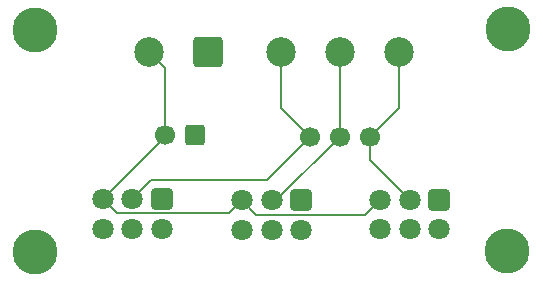
<source format=gtl>
G04 #@! TF.GenerationSoftware,KiCad,Pcbnew,9.0.1*
G04 #@! TF.CreationDate,2025-04-21T20:59:12+02:00*
G04 #@! TF.ProjectId,3_pots_pcb_v0.2a,335f706f-7473-45f7-9063-625f76302e32,rev?*
G04 #@! TF.SameCoordinates,Original*
G04 #@! TF.FileFunction,Copper,L1,Top*
G04 #@! TF.FilePolarity,Positive*
%FSLAX46Y46*%
G04 Gerber Fmt 4.6, Leading zero omitted, Abs format (unit mm)*
G04 Created by KiCad (PCBNEW 9.0.1) date 2025-04-21 20:59:12*
%MOMM*%
%LPD*%
G01*
G04 APERTURE LIST*
G04 Aperture macros list*
%AMRoundRect*
0 Rectangle with rounded corners*
0 $1 Rounding radius*
0 $2 $3 $4 $5 $6 $7 $8 $9 X,Y pos of 4 corners*
0 Add a 4 corners polygon primitive as box body*
4,1,4,$2,$3,$4,$5,$6,$7,$8,$9,$2,$3,0*
0 Add four circle primitives for the rounded corners*
1,1,$1+$1,$2,$3*
1,1,$1+$1,$4,$5*
1,1,$1+$1,$6,$7*
1,1,$1+$1,$8,$9*
0 Add four rect primitives between the rounded corners*
20,1,$1+$1,$2,$3,$4,$5,0*
20,1,$1+$1,$4,$5,$6,$7,0*
20,1,$1+$1,$6,$7,$8,$9,0*
20,1,$1+$1,$8,$9,$2,$3,0*%
G04 Aperture macros list end*
G04 #@! TA.AperFunction,ComponentPad*
%ADD10C,2.500000*%
G04 #@! TD*
G04 #@! TA.AperFunction,ComponentPad*
%ADD11RoundRect,0.250000X-1.000000X-1.000000X1.000000X-1.000000X1.000000X1.000000X-1.000000X1.000000X0*%
G04 #@! TD*
G04 #@! TA.AperFunction,ComponentPad*
%ADD12C,3.800000*%
G04 #@! TD*
G04 #@! TA.AperFunction,ComponentPad*
%ADD13C,1.800000*%
G04 #@! TD*
G04 #@! TA.AperFunction,ComponentPad*
%ADD14RoundRect,0.250000X-0.650000X0.650000X-0.650000X-0.650000X0.650000X-0.650000X0.650000X0.650000X0*%
G04 #@! TD*
G04 #@! TA.AperFunction,ComponentPad*
%ADD15C,1.700000*%
G04 #@! TD*
G04 #@! TA.AperFunction,ComponentPad*
%ADD16RoundRect,0.250000X0.600000X-0.600000X0.600000X0.600000X-0.600000X0.600000X-0.600000X-0.600000X0*%
G04 #@! TD*
G04 #@! TA.AperFunction,Conductor*
%ADD17C,0.200000*%
G04 #@! TD*
G04 APERTURE END LIST*
D10*
X152825000Y-95125000D03*
D11*
X157825000Y-95125000D03*
D12*
X143225000Y-93250000D03*
X183175000Y-112025000D03*
D13*
X172425000Y-110175000D03*
X174925000Y-110175000D03*
X177425000Y-110175000D03*
X172425000Y-107675000D03*
X174925000Y-107675000D03*
D14*
X177425000Y-107675000D03*
D12*
X183200000Y-93200000D03*
D15*
X154175000Y-102200000D03*
D16*
X156715000Y-102200000D03*
D12*
X143225000Y-112075000D03*
D15*
X166485000Y-102325000D03*
X169025000Y-102325000D03*
X171565000Y-102325000D03*
D10*
X164025000Y-95125000D03*
X169025000Y-95125000D03*
X174025000Y-95125000D03*
D13*
X160725000Y-110225000D03*
X163225000Y-110225000D03*
X165725000Y-110225000D03*
X160725000Y-107725000D03*
X163225000Y-107725000D03*
D14*
X165725000Y-107725000D03*
D13*
X148925000Y-110125000D03*
X151425000Y-110125000D03*
X153925000Y-110125000D03*
X148925000Y-107625000D03*
X151425000Y-107625000D03*
D14*
X153925000Y-107625000D03*
D17*
X159624000Y-108826000D02*
X160725000Y-107725000D01*
X154175000Y-102200000D02*
X154175000Y-102375000D01*
X154175000Y-102375000D02*
X148925000Y-107625000D01*
X171174000Y-108926000D02*
X172425000Y-107675000D01*
X160725000Y-107725000D02*
X161926000Y-108926000D01*
X148925000Y-107625000D02*
X150126000Y-108826000D01*
X152825000Y-95125000D02*
X154175000Y-96475000D01*
X150126000Y-108826000D02*
X159624000Y-108826000D01*
X161926000Y-108926000D02*
X171174000Y-108926000D01*
X154175000Y-96475000D02*
X154175000Y-102200000D01*
X163225000Y-107725000D02*
X163325000Y-107825000D01*
X169025000Y-95125000D02*
X169025000Y-102325000D01*
X163625000Y-107725000D02*
X163225000Y-107725000D01*
X163325000Y-107825000D02*
X163525000Y-107825000D01*
X169025000Y-102325000D02*
X163625000Y-107725000D01*
X151425000Y-107625000D02*
X153050000Y-106000000D01*
X166485000Y-102325000D02*
X164025000Y-99865000D01*
X153050000Y-106000000D02*
X162810000Y-106000000D01*
X164025000Y-99865000D02*
X164025000Y-95125000D01*
X162810000Y-106000000D02*
X166485000Y-102325000D01*
X174025000Y-99865000D02*
X171565000Y-102325000D01*
X171565000Y-102325000D02*
X171565000Y-104315000D01*
X174025000Y-95125000D02*
X174025000Y-99865000D01*
X171565000Y-104315000D02*
X174925000Y-107675000D01*
M02*

</source>
